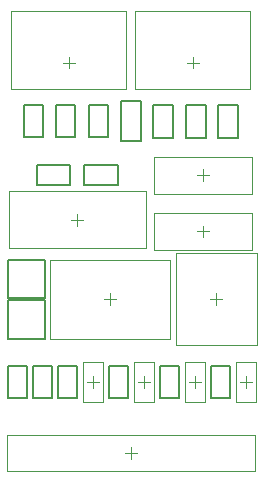
<source format=gbr>
%TF.GenerationSoftware,Altium Limited,Altium Designer,20.2.6 (244)*%
G04 Layer_Color=32768*
%FSLAX26Y26*%
%MOIN*%
%TF.SameCoordinates,2EAD6035-BE33-4F7B-B0E7-EE8266E33042*%
%TF.FilePolarity,Positive*%
%TF.FileFunction,Other,Top_Courtyard*%
%TF.Part,Single*%
G01*
G75*
%TA.AperFunction,NonConductor*%
%ADD39C,0.007874*%
%ADD51C,0.003937*%
%ADD53C,0.001968*%
D39*
X23504Y261649D02*
Y368272D01*
X86496D01*
Y261649D02*
Y368272D01*
X23504Y261649D02*
X86496D01*
X108504D02*
Y368272D01*
X171496D01*
Y261649D02*
Y368272D01*
X108504Y261649D02*
X171496D01*
X531575D02*
Y368272D01*
X594567D01*
Y261649D02*
Y368272D01*
X531575Y261649D02*
X594567D01*
X701575D02*
Y368272D01*
X764567D01*
Y261649D02*
Y368272D01*
X701575Y261649D02*
X764567D01*
X507874Y1240158D02*
X574803D01*
X507874Y1129921D02*
Y1240158D01*
Y1129921D02*
X574803D01*
Y1240158D01*
X399606Y1251968D02*
X466536D01*
X399606Y1118110D02*
Y1251968D01*
Y1118110D02*
X466536D01*
Y1251968D01*
X23976Y459646D02*
Y587205D01*
Y459646D02*
X146024D01*
Y587205D01*
X23976D02*
X146024D01*
X23976Y595669D02*
Y723228D01*
Y595669D02*
X146024D01*
Y723228D01*
X23976D02*
X146024D01*
X185039Y1238351D02*
X248031D01*
X185039Y1131728D02*
Y1238351D01*
Y1131728D02*
X248031D01*
Y1238351D01*
X76772D02*
X139764D01*
X76772Y1131728D02*
Y1238351D01*
Y1131728D02*
X139764D01*
Y1238351D01*
X293307D02*
X356299D01*
X293307Y1131728D02*
Y1238351D01*
Y1131728D02*
X356299D01*
Y1238351D01*
X361575Y261649D02*
X424567D01*
Y368272D01*
X361575D02*
X424567D01*
X361575Y261649D02*
Y368272D01*
X191575Y261649D02*
X254567D01*
Y368272D01*
X191575D02*
X254567D01*
X191575Y261649D02*
Y368272D01*
X724409Y1240158D02*
X791339D01*
X724409Y1129921D02*
Y1240158D01*
Y1129921D02*
X791339D01*
Y1240158D01*
X616142D02*
X683071D01*
X616142Y1129921D02*
Y1240158D01*
Y1129921D02*
X683071D01*
Y1240158D01*
X231654Y970472D02*
Y1037402D01*
X121417D02*
X231654D01*
X121417Y970472D02*
Y1037402D01*
Y970472D02*
X231654D01*
X389134D02*
Y1037402D01*
X278898D02*
X389134D01*
X278898Y970472D02*
Y1037402D01*
Y970472D02*
X389134D01*
D51*
X798386Y314961D02*
X837756D01*
X818071Y295276D02*
Y334646D01*
X851535Y247047D02*
Y382874D01*
X784606Y247047D02*
Y382874D01*
X851535D01*
X784606Y247047D02*
X851535D01*
X628386Y314961D02*
X667756D01*
X648071Y295276D02*
Y334646D01*
X681535Y247047D02*
Y382874D01*
X614606Y247047D02*
Y382874D01*
X681535D01*
X614606Y247047D02*
X681535D01*
X255276Y836614D02*
Y875984D01*
X235591Y856299D02*
X274961D01*
X698898Y590551D02*
X738268D01*
X718583Y570866D02*
Y610236D01*
X344567Y590551D02*
X383937D01*
X364252Y570866D02*
Y610236D01*
X458386Y314961D02*
X497756D01*
X478071Y295276D02*
Y334646D01*
X511536Y247047D02*
Y382874D01*
X444606Y247047D02*
Y382874D01*
X511536D01*
X444606Y247047D02*
X511536D01*
X288386Y314961D02*
X327756D01*
X308071Y295276D02*
Y334646D01*
X341536Y247047D02*
Y382874D01*
X274606Y247047D02*
Y382874D01*
X341536D01*
X274606Y247047D02*
X341536D01*
X620079Y1379921D02*
X659449D01*
X639764Y1360236D02*
Y1399606D01*
X206693Y1379921D02*
X246063D01*
X226378Y1360236D02*
Y1399606D01*
D53*
X413386Y78740D02*
X452756D01*
X433071Y59055D02*
Y98425D01*
X19291Y139567D02*
X846850D01*
Y17913D02*
Y139567D01*
X19291Y17913D02*
X846850D01*
X19291D02*
Y139567D01*
X27907Y760845D02*
Y951747D01*
X482637D01*
Y760852D02*
Y951747D01*
X27907Y760852D02*
X482637D01*
X854409Y437008D02*
Y744095D01*
X582756Y437008D02*
Y744095D01*
X854409D01*
X582756Y437008D02*
X854409D01*
X163465Y458661D02*
Y722441D01*
X565039Y458661D02*
Y722441D01*
X163465Y458661D02*
X565039D01*
X163465Y722441D02*
X565039D01*
X654291Y816929D02*
X693661D01*
X673976Y797244D02*
Y836614D01*
X510197Y877756D02*
X837756D01*
Y756102D02*
Y877756D01*
X510197Y756102D02*
X837756D01*
X510197D02*
Y877756D01*
X654291Y1003937D02*
X693661D01*
X673976Y984252D02*
Y1023622D01*
X510197Y1064764D02*
X837756D01*
Y943110D02*
Y1064764D01*
X510197Y943110D02*
X837756D01*
X510197D02*
Y1064764D01*
X447835Y1292323D02*
X831693D01*
Y1551181D01*
X447835D02*
X831693D01*
X447835Y1292323D02*
Y1551181D01*
X34449Y1292323D02*
X418307D01*
Y1551181D01*
X34449D02*
X418307D01*
X34449Y1292323D02*
Y1551181D01*
%TF.MD5,0d8f2216ed6288914798cf03ba9f39db*%
M02*

</source>
